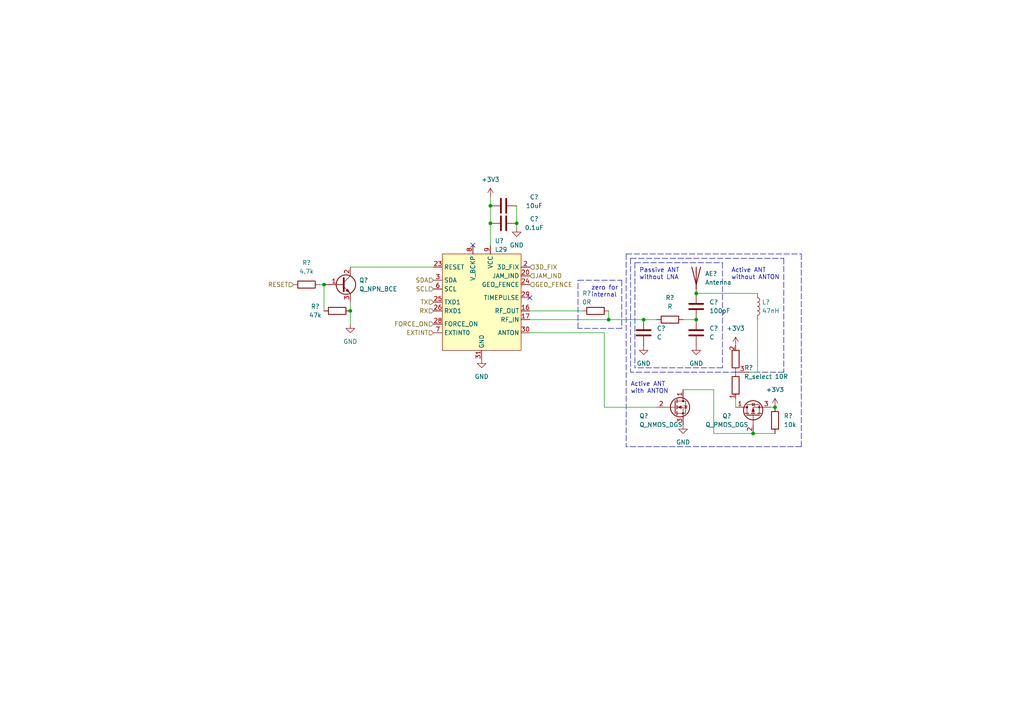
<source format=kicad_sch>
(kicad_sch (version 20211123) (generator eeschema)
  (paper "A4")
  (lib_symbols
    (symbol "Device:Antenna" (pin_numbers hide) (pin_names (offset 1.016) hide)
      (property "Reference" "AE" (at -1.905 1.905 0))
      (property "Value" "Antenna" (at -1.905 0 0))
      (symbol "Antenna_0_1"
        (polyline (pts (xy 0 2.54) (xy 0 -3.81)) (stroke (width 0.254)))
        (polyline (pts (xy 1.27 2.54) (xy 0 -2.54) (xy -1.27 2.54)) (stroke (width 0.254)))
      )
      (symbol "Antenna_1_1"
        (pin input line (at 0 -5.08 90) (length 2.54) (name "A") (number "1"))
      )
    )
    (symbol "Device:C" (pin_numbers hide) (pin_names (offset 0.254))
      (property "Reference" "C" (at 0.635 2.54 0))
      (property "Value" "C" (at 0.635 -2.54 0))
      (symbol "C_0_1"
        (polyline (pts (xy -2.032 -0.762) (xy 2.032 -0.762)) (stroke (width 0.508)))
        (polyline (pts (xy -2.032 0.762) (xy 2.032 0.762)) (stroke (width 0.508)))
      )
      (symbol "C_1_1"
        (pin passive line (at 0 3.81 270) (length 2.794) (name "~") (number "1"))
        (pin passive line (at 0 -3.81 90) (length 2.794) (name "~") (number "2"))
      )
    )
    (symbol "Device:L" (pin_numbers hide) (pin_names (offset 1.016) hide)
      (property "Reference" "L" (at -1.27 0 90))
      (property "Value" "L" (at 1.905 0 90))
      (symbol "L_0_1"
        (arc (start 0 -2.54) (mid 0.635 -1.905) (end 0 -1.27))
        (arc (start 0 -1.27) (mid 0.635 -0.635) (end 0 0))
        (arc (start 0 0) (mid 0.635 0.635) (end 0 1.27))
        (arc (start 0 1.27) (mid 0.635 1.905) (end 0 2.54))
      )
      (symbol "L_1_1"
        (pin passive line (at 0 3.81 270) (length 1.27) (name "1") (number "1"))
        (pin passive line (at 0 -3.81 90) (length 1.27) (name "2") (number "2"))
      )
    )
    (symbol "Device:Q_NMOS_DGS" (pin_names (offset 0) hide)
      (property "Reference" "Q" (at 5.08 1.27 0))
      (property "Value" "Q_NMOS_DGS" (at 5.08 -1.27 0))
      (symbol "Q_NMOS_DGS_0_1"
        (polyline (pts (xy 0.254 0) (xy -2.54 0)))
        (polyline (pts (xy 0.254 1.905) (xy 0.254 -1.905)) (stroke (width 0.254)))
        (polyline (pts (xy 0.762 -1.27) (xy 0.762 -2.286)) (stroke (width 0.254)))
        (polyline (pts (xy 0.762 0.508) (xy 0.762 -0.508)) (stroke (width 0.254)))
        (polyline (pts (xy 0.762 2.286) (xy 0.762 1.27)) (stroke (width 0.254)))
        (polyline (pts (xy 2.54 2.54) (xy 2.54 1.778)))
        (polyline (pts (xy 2.54 -2.54) (xy 2.54 0) (xy 0.762 0)))
        (polyline (pts (xy 0.762 -1.778) (xy 3.302 -1.778) (xy 3.302 1.778) (xy 0.762 1.778)))
        (polyline (pts (xy 1.016 0) (xy 2.032 0.381) (xy 2.032 -0.381) (xy 1.016 0)) (fill (type outline)))
        (polyline (pts (xy 2.794 0.508) (xy 2.921 0.381) (xy 3.683 0.381) (xy 3.81 0.254)))
        (polyline (pts (xy 3.302 0.381) (xy 2.921 -0.254) (xy 3.683 -0.254) (xy 3.302 0.381)))
        (circle (center 1.651 0) (radius 2.794) (stroke (width 0.254)))
        (circle (center 2.54 -1.778) (radius 0.254) (fill (type outline)))
        (circle (center 2.54 1.778) (radius 0.254) (fill (type outline)))
      )
      (symbol "Q_NMOS_DGS_1_1"
        (pin passive line (at 2.54 5.08 270) (length 2.54) (name "D") (number "1"))
        (pin input line (at -5.08 0 0) (length 2.54) (name "G") (number "2"))
        (pin passive line (at 2.54 -5.08 90) (length 2.54) (name "S") (number "3"))
      )
    )
    (symbol "Device:Q_NPN_BCE" (pin_names (offset 0) hide)
      (property "Reference" "Q" (at 5.08 1.27 0))
      (property "Value" "Q_NPN_BCE" (at 5.08 -1.27 0))
      (symbol "Q_NPN_BCE_0_1"
        (polyline (pts (xy 0.635 0.635) (xy 2.54 2.54)))
        (polyline (pts (xy 0.635 -0.635) (xy 2.54 -2.54) (xy 2.54 -2.54)))
        (polyline (pts (xy 0.635 1.905) (xy 0.635 -1.905) (xy 0.635 -1.905)) (stroke (width 0.508)))
        (polyline (pts (xy 1.27 -1.778) (xy 1.778 -1.27) (xy 2.286 -2.286) (xy 1.27 -1.778) (xy 1.27 -1.778)) (fill (type outline)))
        (circle (center 1.27 0) (radius 2.8194) (stroke (width 0.254)))
      )
      (symbol "Q_NPN_BCE_1_1"
        (pin input line (at -5.08 0 0) (length 5.715) (name "B") (number "1"))
        (pin passive line (at 2.54 5.08 270) (length 2.54) (name "C") (number "2"))
        (pin passive line (at 2.54 -5.08 90) (length 2.54) (name "E") (number "3"))
      )
    )
    (symbol "Device:Q_PMOS_DGS" (pin_names (offset 0) hide)
      (property "Reference" "Q" (at 5.08 1.27 0))
      (property "Value" "Q_PMOS_DGS" (at 5.08 -1.27 0))
      (symbol "Q_PMOS_DGS_0_1"
        (polyline (pts (xy 0.254 0) (xy -2.54 0)))
        (polyline (pts (xy 0.254 1.905) (xy 0.254 -1.905)) (stroke (width 0.254)))
        (polyline (pts (xy 0.762 -1.27) (xy 0.762 -2.286)) (stroke (width 0.254)))
        (polyline (pts (xy 0.762 0.508) (xy 0.762 -0.508)) (stroke (width 0.254)))
        (polyline (pts (xy 0.762 2.286) (xy 0.762 1.27)) (stroke (width 0.254)))
        (polyline (pts (xy 2.54 2.54) (xy 2.54 1.778)))
        (polyline (pts (xy 2.54 -2.54) (xy 2.54 0) (xy 0.762 0)))
        (polyline (pts (xy 0.762 1.778) (xy 3.302 1.778) (xy 3.302 -1.778) (xy 0.762 -1.778)))
        (polyline (pts (xy 2.286 0) (xy 1.27 0.381) (xy 1.27 -0.381) (xy 2.286 0)) (fill (type outline)))
        (polyline (pts (xy 2.794 -0.508) (xy 2.921 -0.381) (xy 3.683 -0.381) (xy 3.81 -0.254)))
        (polyline (pts (xy 3.302 -0.381) (xy 2.921 0.254) (xy 3.683 0.254) (xy 3.302 -0.381)))
        (circle (center 1.651 0) (radius 2.794) (stroke (width 0.254)))
        (circle (center 2.54 -1.778) (radius 0.254) (fill (type outline)))
        (circle (center 2.54 1.778) (radius 0.254) (fill (type outline)))
      )
      (symbol "Q_PMOS_DGS_1_1"
        (pin passive line (at 2.54 5.08 270) (length 2.54) (name "D") (number "1"))
        (pin input line (at -5.08 0 0) (length 2.54) (name "G") (number "2"))
        (pin passive line (at 2.54 -5.08 90) (length 2.54) (name "S") (number "3"))
      )
    )
    (symbol "Device:R" (pin_numbers hide) (pin_names (offset 0))
      (property "Reference" "R" (at 2.032 0 90))
      (property "Value" "R" (at 0 0 90))
      (symbol "R_0_1"
        (rectangle (start -1.016 -2.54) (end 1.016 2.54) (stroke (width 0.254)))
      )
      (symbol "R_1_1"
        (pin passive line (at 0 3.81 270) (length 1.27) (name "~") (number "1"))
        (pin passive line (at 0 -3.81 90) (length 1.27) (name "~") (number "2"))
      )
    )
    (symbol "airsoft_controller:L29"
      (property "Reference" "U" (at 3.81 17.78 0))
      (property "Value" "L29" (at 5.08 15.24 0))
      (symbol "L29_0_0"
        (pin no_connect line (at 13.97 -11.43 180) (length 2.54) hide (name "NC") (number "1"))
        (pin passive line (at 0 -16.51 90) (length 2.54) hide (name "GND") (number "10"))
        (pin passive line (at 0 -16.51 90) (length 2.54) hide (name "GND") (number "11"))
        (pin passive line (at 0 -16.51 90) (length 2.54) hide (name "GND") (number "12"))
        (pin passive line (at 0 -16.51 90) (length 2.54) hide (name "GND") (number "13"))
        (pin passive line (at 0 -16.51 90) (length 2.54) hide (name "GND") (number "14"))
        (pin passive line (at 0 -16.51 90) (length 2.54) hide (name "GND") (number "15"))
        (pin output line (at 13.97 -2.54 180) (length 2.54) (name "RF_OUT") (number "16"))
        (pin input line (at 13.97 -5.08 180) (length 2.54) (name "RF_IN") (number "17"))
        (pin passive line (at 0 -16.51 90) (length 2.54) hide (name "GND") (number "18"))
        (pin passive line (at 0 -16.51 90) (length 2.54) hide (name "GND") (number "19"))
        (pin output line (at 13.97 10.16 180) (length 2.54) (name "3D_FIX") (number "2"))
        (pin output line (at 13.97 7.62 180) (length 2.54) (name "JAM_IND") (number "20"))
        (pin passive line (at 0 -16.51 90) (length 2.54) hide (name "GND") (number "21"))
        (pin passive line (at 0 -16.51 90) (length 2.54) hide (name "GND") (number "22"))
        (pin input line (at -13.97 10.16 0) (length 2.54) (name "RESET") (number "23"))
        (pin output line (at 13.97 5.08 180) (length 2.54) (name "GEO_FENCE") (number "24"))
        (pin output line (at -13.97 0 0) (length 2.54) (name "TXD1") (number "25"))
        (pin input line (at -13.97 -2.54 0) (length 2.54) (name "RXD1") (number "26"))
        (pin passive line (at 0 -16.51 90) (length 2.54) hide (name "GND") (number "27"))
        (pin input line (at -13.97 -6.35 0) (length 2.54) (name "FORCE_ON") (number "28"))
        (pin output line (at 13.97 1.27 180) (length 2.54) (name "TIMEPULSE") (number "29"))
        (pin bidirectional line (at -13.97 6.35 0) (length 2.54) (name "SDA") (number "3"))
        (pin output line (at 13.97 -8.89 180) (length 2.54) (name "ANTON") (number "30"))
        (pin passive line (at 0 -16.51 90) (length 2.54) (name "GND") (number "31"))
        (pin passive line (at 0 -16.51 90) (length 2.54) hide (name "GND") (number "4"))
        (pin passive line (at 0 -16.51 90) (length 2.54) hide (name "GND") (number "5"))
        (pin bidirectional line (at -13.97 3.81 0) (length 2.54) (name "SCL") (number "6"))
        (pin input line (at -13.97 -8.89 0) (length 2.54) (name "EXTINT0") (number "7"))
        (pin passive line (at -2.54 16.51 270) (length 2.54) (name "V_BCKP") (number "8"))
        (pin passive line (at 2.54 16.51 270) (length 2.54) (name "VCC") (number "9"))
      )
      (symbol "L29_0_1"
        (rectangle (start -11.43 13.97) (end 11.43 -13.97) (fill (type background)))
      )
    )
    (symbol "airsoft_controller:R_select"
      (property "Reference" "R" (at 2.54 0 90))
      (property "Value" "R_select" (at 3.81 0 90))
      (symbol "R_select_0_0"
        (pin passive line (at -3.81 0 0) (length 3.81) (name "~") (number "3"))
      )
      (symbol "R_select_0_1"
        (rectangle (start -1.016 -6.35) (end 1.016 -1.27) (stroke (width 0.254)))
        (rectangle (start -1.016 1.27) (end 1.016 6.35) (stroke (width 0.254)))
        (polyline (pts (xy 0 -1.27) (xy 0 1.27)))
      )
      (symbol "R_select_1_1"
        (pin passive line (at 0 7.62 270) (length 1.27) (name "~") (number "1"))
        (pin passive line (at 0 -7.62 90) (length 1.27) (name "~") (number "2"))
      )
    )
    (symbol "power:+3V3" (power) (pin_names (offset 0))
      (property "Value" "+3V3" (at 0 3.556 0))
      (symbol "+3V3_0_1"
        (polyline (pts (xy -0.762 1.27) (xy 0 2.54)))
        (polyline (pts (xy 0 0) (xy 0 2.54)))
        (polyline (pts (xy 0 2.54) (xy 0.762 1.27)))
      )
      (symbol "+3V3_1_1"
        (pin power_in line (at 0 0 90) (length 0) hide (name "+3V3") (number "1"))
      )
    )
    (symbol "power:GND" (power) (pin_names (offset 0))
      (property "Value" "GND" (at 0 -3.81 0))
      (symbol "GND_0_1"
        (polyline (pts (xy 0 0) (xy 0 -1.27) (xy 1.27 -1.27) (xy 0 -2.54) (xy -1.27 -1.27) (xy 0 -1.27)))
      )
      (symbol "GND_1_1"
        (pin power_in line (at 0 0 270) (length 0) hide (name "GND") (number "1"))
      )
    )
  )
  (junction (at 142.24 64.77))
  (junction (at 101.6 90.17))
  (junction (at 186.69 92.71))
  (junction (at 142.24 59.69))
  (junction (at 93.98 82.55))
  (junction (at 149.86 64.77))
  (junction (at 224.79 118.11))
  (junction (at 176.53 92.71))
  (junction (at 218.44 125.73))
  (junction (at 201.93 92.71))
  (junction (at 201.93 85.09))
  (no_connect (at 153.67 86.36))
  (no_connect (at 137.16 71.12))
  (wire (pts (xy 149.86 64.77) (xy 149.86 66.04)))
  (polyline (pts (xy 180.34 81.28) (xy 180.34 95.25)))
  (polyline (pts (xy 232.41 129.54) (xy 181.61 129.54)))
  (polyline (pts (xy 182.88 74.93) (xy 227.33 74.93)))
  (wire (pts (xy 153.67 92.71) (xy 176.53 92.71)))
  (wire (pts (xy 175.26 96.52) (xy 175.26 118.11)))
  (wire (pts (xy 207.01 125.73) (xy 218.44 125.73)))
  (polyline (pts (xy 184.15 76.2) (xy 184.15 106.68)))
  (wire (pts (xy 101.6 87.63) (xy 101.6 90.17)))
  (wire (pts (xy 224.79 118.11) (xy 223.52 118.11)))
  (wire (pts (xy 153.67 90.17) (xy 168.91 90.17)))
  (polyline (pts (xy 184.15 76.2) (xy 209.55 76.2)))
  (wire (pts (xy 176.53 92.71) (xy 176.53 90.17)))
  (wire (pts (xy 201.93 85.09) (xy 219.71 85.09)))
  (wire (pts (xy 153.67 96.52) (xy 175.26 96.52)))
  (polyline (pts (xy 227.33 107.95) (xy 182.88 107.95)))
  (wire (pts (xy 142.24 59.69) (xy 142.24 64.77)))
  (wire (pts (xy 198.12 113.03) (xy 207.01 113.03)))
  (polyline (pts (xy 182.88 74.93) (xy 182.88 107.95)))
  (polyline (pts (xy 181.61 73.66) (xy 232.41 73.66)))
  (wire (pts (xy 149.86 59.69) (xy 149.86 64.77)))
  (polyline (pts (xy 167.64 81.28) (xy 180.34 81.28)))
  (polyline (pts (xy 181.61 73.66) (xy 181.61 129.54)))
  (wire (pts (xy 142.24 57.15) (xy 142.24 59.69)))
  (wire (pts (xy 101.6 90.17) (xy 101.6 93.98)))
  (wire (pts (xy 213.36 115.57) (xy 213.36 118.11)))
  (wire (pts (xy 219.71 92.71) (xy 219.71 107.95)))
  (polyline (pts (xy 167.64 95.25) (xy 167.64 81.28)))
  (polyline (pts (xy 209.55 106.68) (xy 184.15 106.68)))
  (polyline (pts (xy 227.33 74.93) (xy 227.33 107.95)))
  (polyline (pts (xy 209.55 76.2) (xy 209.55 106.68)))
  (wire (pts (xy 92.71 82.55) (xy 93.98 82.55)))
  (wire (pts (xy 142.24 64.77) (xy 142.24 71.12)))
  (polyline (pts (xy 180.34 95.25) (xy 167.64 95.25)))
  (wire (pts (xy 198.12 92.71) (xy 201.93 92.71)))
  (wire (pts (xy 176.53 92.71) (xy 186.69 92.71)))
  (polyline (pts (xy 232.41 129.54) (xy 232.41 106.68)))
  (wire (pts (xy 186.69 92.71) (xy 190.5 92.71)))
  (wire (pts (xy 218.44 125.73) (xy 224.79 125.73)))
  (wire (pts (xy 207.01 113.03) (xy 207.01 125.73)))
  (wire (pts (xy 101.6 77.47) (xy 125.73 77.47)))
  (wire (pts (xy 219.71 107.95) (xy 217.17 107.95)))
  (wire (pts (xy 175.26 118.11) (xy 190.5 118.11)))
  (polyline (pts (xy 232.41 73.66) (xy 232.41 106.68)))
  (wire (pts (xy 93.98 82.55) (xy 93.98 90.17)))
  (text "Active ANT\nwith ANTON" (at 182.88 114.3 0) (effects (font (size 1.27 1.27)) (justify left bottom)))
  (text "zero for\ninternal" (at 171.45 86.36 0) (effects (font (size 1.27 1.27)) (justify left bottom)))
  (text "Active ANT\nwithout ANTON" (at 212.09 81.28 0) (effects (font (size 1.27 1.27)) (justify left bottom)))
  (text "Passive ANT\nwithout LNA\n" (at 185.42 81.28 0) (effects (font (size 1.27 1.27)) (justify left bottom)))
  (hierarchical_label "FORCE_ON" (shape input) (at 125.73 93.98 180))
  (hierarchical_label "JAM_IND" (shape input) (at 153.67 80.01 0))
  (hierarchical_label "3D_FIX" (shape input) (at 153.67 77.47 0))
  (hierarchical_label "SCL" (shape input) (at 125.73 83.82 180))
  (hierarchical_label "EXTINT" (shape input) (at 125.73 96.52 180))
  (hierarchical_label "GEO_FENCE" (shape input) (at 153.67 82.55 0))
  (hierarchical_label "RESET" (shape input) (at 85.09 82.55 180))
  (hierarchical_label "SDA" (shape input) (at 125.73 81.28 180))
  (hierarchical_label "TX" (shape input) (at 125.73 87.63 180))
  (hierarchical_label "RX" (shape input) (at 125.73 90.17 180))
  (symbol (lib_id "Device:R") (at 172.72 90.17 90) (unit 1)
    (property "Reference" "R?" (at 170.18 85.09 90))
    (property "Value" "0R" (at 170.18 87.63 90))
  )
  (symbol (lib_id "airsoft_controller:L29") (at 139.7 87.63 0) (unit 1)
    (property "Reference" "U?" (at 143.51 69.85 0) (effects (justify left)))
    (property "Value" "L29" (at 143.51 72.39 0) (effects (justify left)))
    (property "Footprint" "airsoft_controller:L29" (effects hide))
  )
  (symbol (lib_id "power:GND") (at 201.93 100.33 0) (unit 1)
    (property "Reference" "#PWR0168" (effects hide))
    (property "Value" "GND" (at 201.93 105.41 0))
  )
  (symbol (lib_id "Device:C") (at 201.93 88.9 180) (unit 1)
    (property "Reference" "C?" (at 205.74 87.6299 0) (effects (justify right)))
    (property "Value" "100pF" (at 205.74 90.17 0) (effects (justify right)))
  )
  (symbol (lib_id "power:+3V3") (at 213.36 100.33 0) (unit 1)
    (property "Reference" "#PWR0165" (effects hide))
    (property "Value" "+3V3" (at 213.36 95.25 0))
  )
  (symbol (lib_id "Device:C") (at 146.05 64.77 270) (mirror x) (unit 1)
    (property "Reference" "C?" (at 154.94 63.5 90))
    (property "Value" "0.1uF" (at 154.94 66.04 90))
  )
  (symbol (lib_id "Device:Antenna") (at 201.93 80.01 0) (unit 1)
    (property "Reference" "AE?" (at 204.47 79.3749 0) (effects (justify left)))
    (property "Value" "Antenna" (at 204.47 81.9149 0) (effects (justify left)))
  )
  (symbol (lib_id "Device:C") (at 201.93 96.52 0) (unit 1)
    (property "Reference" "C?" (at 205.74 95.2499 0) (effects (justify left)))
    (property "Value" "C" (at 205.74 97.7899 0) (effects (justify left)))
  )
  (symbol (lib_id "Device:Q_NMOS_DGS") (at 195.58 118.11 0) (unit 1)
    (property "Reference" "Q?" (at 185.42 120.65 0) (effects (justify left)))
    (property "Value" "Q_NMOS_DGS" (at 185.42 123.19 0) (effects (justify left)))
  )
  (symbol (lib_id "power:GND") (at 186.69 100.33 0) (unit 1)
    (property "Reference" "#PWR0167" (effects hide))
    (property "Value" "GND" (at 186.69 105.41 0))
  )
  (symbol (lib_id "airsoft_controller:R_select") (at 213.36 107.95 180) (unit 1)
    (property "Reference" "R?" (at 218.44 106.68 0) (effects (justify left)))
    (property "Value" "R_select 10R" (at 228.6 109.22 0) (effects (justify left)))
  )
  (symbol (lib_id "Device:C") (at 186.69 96.52 0) (unit 1)
    (property "Reference" "C?" (at 190.5 95.2499 0) (effects (justify left)))
    (property "Value" "C" (at 190.5 97.7899 0) (effects (justify left)))
  )
  (symbol (lib_id "Device:Q_NPN_BCE") (at 99.06 82.55 0) (unit 1)
    (property "Reference" "Q?" (at 104.14 81.2799 0) (effects (justify left)))
    (property "Value" "Q_NPN_BCE" (at 104.14 83.8199 0) (effects (justify left)))
  )
  (symbol (lib_id "power:GND") (at 139.7 104.14 0) (unit 1)
    (property "Reference" "#PWR0160" (effects hide))
    (property "Value" "GND" (at 139.7 109.22 0))
  )
  (symbol (lib_id "Device:Q_PMOS_DGS") (at 218.44 120.65 90) (unit 1)
    (property "Reference" "Q?" (at 210.82 120.65 90))
    (property "Value" "Q_PMOS_DGS" (at 210.82 123.19 90))
  )
  (symbol (lib_id "Device:R") (at 97.79 90.17 90) (unit 1)
    (property "Reference" "R?" (at 91.44 88.9 90))
    (property "Value" "47k" (at 91.44 91.44 90))
  )
  (symbol (lib_id "power:+3V3") (at 142.24 57.15 0) (mirror y) (unit 1)
    (property "Reference" "#PWR0162" (effects hide))
    (property "Value" "+3V3" (at 142.24 52.07 0))
  )
  (symbol (lib_id "power:GND") (at 101.6 93.98 0) (unit 1)
    (property "Reference" "#PWR0163" (effects hide))
    (property "Value" "GND" (at 101.6 99.06 0))
  )
  (symbol (lib_id "Device:C") (at 146.05 59.69 270) (mirror x) (unit 1)
    (property "Reference" "C?" (at 154.94 57.15 90))
    (property "Value" "10uF" (at 154.94 59.69 90))
  )
  (symbol (lib_id "Device:L") (at 219.71 88.9 0) (unit 1)
    (property "Reference" "L?" (at 220.98 87.6299 0) (effects (justify left)))
    (property "Value" "47nH" (at 220.98 90.1699 0) (effects (justify left)))
  )
  (symbol (lib_id "power:GND") (at 149.86 66.04 0) (mirror y) (unit 1)
    (property "Reference" "#PWR0161" (effects hide))
    (property "Value" "GND" (at 149.86 71.12 0))
  )
  (symbol (lib_id "power:+3V3") (at 224.79 118.11 0) (unit 1)
    (property "Reference" "#PWR0164" (effects hide))
    (property "Value" "+3V3" (at 224.79 113.03 0))
  )
  (symbol (lib_id "Device:R") (at 224.79 121.92 0) (unit 1)
    (property "Reference" "R?" (at 227.33 120.6499 0) (effects (justify left)))
    (property "Value" "10k" (at 227.33 123.1899 0) (effects (justify left)))
  )
  (symbol (lib_id "Device:R") (at 88.9 82.55 90) (unit 1)
    (property "Reference" "R?" (at 88.9 76.2 90))
    (property "Value" "4.7k" (at 88.9 78.74 90))
  )
  (symbol (lib_id "Device:R") (at 194.31 92.71 90) (unit 1)
    (property "Reference" "R?" (at 194.31 86.36 90))
    (property "Value" "R" (at 194.31 88.9 90))
  )
  (symbol (lib_id "power:GND") (at 198.12 123.19 0) (unit 1)
    (property "Reference" "#PWR0166" (effects hide))
    (property "Value" "GND" (at 198.12 128.27 0))
  )
)
</source>
